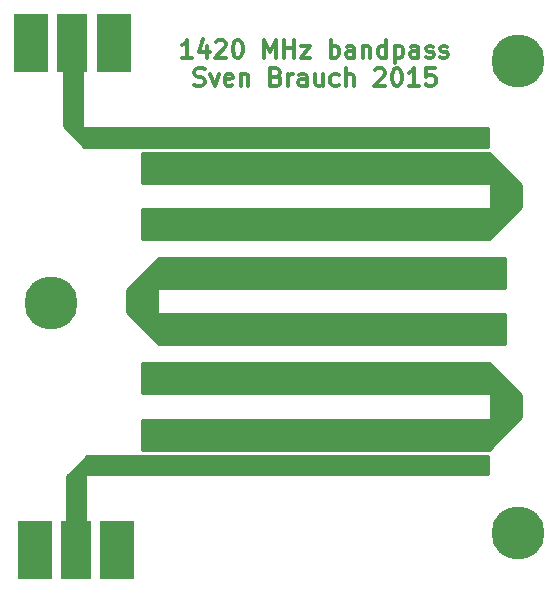
<source format=gtl>
G04 #@! TF.FileFunction,Copper,L1,Top,Signal*
%FSLAX46Y46*%
G04 Gerber Fmt 4.6, Leading zero omitted, Abs format (unit mm)*
G04 Created by KiCad (PCBNEW (2015-05-16 BZR 5655)-product) date Fri 05 Jun 2015 17:35:23 CEST*
%MOMM*%
G01*
G04 APERTURE LIST*
%ADD10C,0.150000*%
%ADD11C,0.300000*%
%ADD12R,2.500000X5.000000*%
%ADD13R,3.000000X5.000000*%
%ADD14C,4.500000*%
%ADD15C,0.254000*%
G04 APERTURE END LIST*
D10*
D11*
X117457143Y-39728571D02*
X116600000Y-39728571D01*
X117028572Y-39728571D02*
X117028572Y-38228571D01*
X116885715Y-38442857D01*
X116742857Y-38585714D01*
X116600000Y-38657143D01*
X118742857Y-38728571D02*
X118742857Y-39728571D01*
X118385714Y-38157143D02*
X118028571Y-39228571D01*
X118957143Y-39228571D01*
X119457142Y-38371429D02*
X119528571Y-38300000D01*
X119671428Y-38228571D01*
X120028571Y-38228571D01*
X120171428Y-38300000D01*
X120242857Y-38371429D01*
X120314285Y-38514286D01*
X120314285Y-38657143D01*
X120242857Y-38871429D01*
X119385714Y-39728571D01*
X120314285Y-39728571D01*
X121242856Y-38228571D02*
X121385713Y-38228571D01*
X121528570Y-38300000D01*
X121599999Y-38371429D01*
X121671428Y-38514286D01*
X121742856Y-38800000D01*
X121742856Y-39157143D01*
X121671428Y-39442857D01*
X121599999Y-39585714D01*
X121528570Y-39657143D01*
X121385713Y-39728571D01*
X121242856Y-39728571D01*
X121099999Y-39657143D01*
X121028570Y-39585714D01*
X120957142Y-39442857D01*
X120885713Y-39157143D01*
X120885713Y-38800000D01*
X120957142Y-38514286D01*
X121028570Y-38371429D01*
X121099999Y-38300000D01*
X121242856Y-38228571D01*
X123528570Y-39728571D02*
X123528570Y-38228571D01*
X124028570Y-39300000D01*
X124528570Y-38228571D01*
X124528570Y-39728571D01*
X125242856Y-39728571D02*
X125242856Y-38228571D01*
X125242856Y-38942857D02*
X126099999Y-38942857D01*
X126099999Y-39728571D02*
X126099999Y-38228571D01*
X126671428Y-38728571D02*
X127457142Y-38728571D01*
X126671428Y-39728571D01*
X127457142Y-39728571D01*
X129171428Y-39728571D02*
X129171428Y-38228571D01*
X129171428Y-38800000D02*
X129314285Y-38728571D01*
X129599999Y-38728571D01*
X129742856Y-38800000D01*
X129814285Y-38871429D01*
X129885714Y-39014286D01*
X129885714Y-39442857D01*
X129814285Y-39585714D01*
X129742856Y-39657143D01*
X129599999Y-39728571D01*
X129314285Y-39728571D01*
X129171428Y-39657143D01*
X131171428Y-39728571D02*
X131171428Y-38942857D01*
X131099999Y-38800000D01*
X130957142Y-38728571D01*
X130671428Y-38728571D01*
X130528571Y-38800000D01*
X131171428Y-39657143D02*
X131028571Y-39728571D01*
X130671428Y-39728571D01*
X130528571Y-39657143D01*
X130457142Y-39514286D01*
X130457142Y-39371429D01*
X130528571Y-39228571D01*
X130671428Y-39157143D01*
X131028571Y-39157143D01*
X131171428Y-39085714D01*
X131885714Y-38728571D02*
X131885714Y-39728571D01*
X131885714Y-38871429D02*
X131957142Y-38800000D01*
X132100000Y-38728571D01*
X132314285Y-38728571D01*
X132457142Y-38800000D01*
X132528571Y-38942857D01*
X132528571Y-39728571D01*
X133885714Y-39728571D02*
X133885714Y-38228571D01*
X133885714Y-39657143D02*
X133742857Y-39728571D01*
X133457143Y-39728571D01*
X133314285Y-39657143D01*
X133242857Y-39585714D01*
X133171428Y-39442857D01*
X133171428Y-39014286D01*
X133242857Y-38871429D01*
X133314285Y-38800000D01*
X133457143Y-38728571D01*
X133742857Y-38728571D01*
X133885714Y-38800000D01*
X134600000Y-38728571D02*
X134600000Y-40228571D01*
X134600000Y-38800000D02*
X134742857Y-38728571D01*
X135028571Y-38728571D01*
X135171428Y-38800000D01*
X135242857Y-38871429D01*
X135314286Y-39014286D01*
X135314286Y-39442857D01*
X135242857Y-39585714D01*
X135171428Y-39657143D01*
X135028571Y-39728571D01*
X134742857Y-39728571D01*
X134600000Y-39657143D01*
X136600000Y-39728571D02*
X136600000Y-38942857D01*
X136528571Y-38800000D01*
X136385714Y-38728571D01*
X136100000Y-38728571D01*
X135957143Y-38800000D01*
X136600000Y-39657143D02*
X136457143Y-39728571D01*
X136100000Y-39728571D01*
X135957143Y-39657143D01*
X135885714Y-39514286D01*
X135885714Y-39371429D01*
X135957143Y-39228571D01*
X136100000Y-39157143D01*
X136457143Y-39157143D01*
X136600000Y-39085714D01*
X137242857Y-39657143D02*
X137385714Y-39728571D01*
X137671429Y-39728571D01*
X137814286Y-39657143D01*
X137885714Y-39514286D01*
X137885714Y-39442857D01*
X137814286Y-39300000D01*
X137671429Y-39228571D01*
X137457143Y-39228571D01*
X137314286Y-39157143D01*
X137242857Y-39014286D01*
X137242857Y-38942857D01*
X137314286Y-38800000D01*
X137457143Y-38728571D01*
X137671429Y-38728571D01*
X137814286Y-38800000D01*
X138457143Y-39657143D02*
X138600000Y-39728571D01*
X138885715Y-39728571D01*
X139028572Y-39657143D01*
X139100000Y-39514286D01*
X139100000Y-39442857D01*
X139028572Y-39300000D01*
X138885715Y-39228571D01*
X138671429Y-39228571D01*
X138528572Y-39157143D01*
X138457143Y-39014286D01*
X138457143Y-38942857D01*
X138528572Y-38800000D01*
X138671429Y-38728571D01*
X138885715Y-38728571D01*
X139028572Y-38800000D01*
X117635716Y-42057143D02*
X117850002Y-42128571D01*
X118207145Y-42128571D01*
X118350002Y-42057143D01*
X118421431Y-41985714D01*
X118492859Y-41842857D01*
X118492859Y-41700000D01*
X118421431Y-41557143D01*
X118350002Y-41485714D01*
X118207145Y-41414286D01*
X117921431Y-41342857D01*
X117778573Y-41271429D01*
X117707145Y-41200000D01*
X117635716Y-41057143D01*
X117635716Y-40914286D01*
X117707145Y-40771429D01*
X117778573Y-40700000D01*
X117921431Y-40628571D01*
X118278573Y-40628571D01*
X118492859Y-40700000D01*
X118992859Y-41128571D02*
X119350002Y-42128571D01*
X119707144Y-41128571D01*
X120850001Y-42057143D02*
X120707144Y-42128571D01*
X120421430Y-42128571D01*
X120278573Y-42057143D01*
X120207144Y-41914286D01*
X120207144Y-41342857D01*
X120278573Y-41200000D01*
X120421430Y-41128571D01*
X120707144Y-41128571D01*
X120850001Y-41200000D01*
X120921430Y-41342857D01*
X120921430Y-41485714D01*
X120207144Y-41628571D01*
X121564287Y-41128571D02*
X121564287Y-42128571D01*
X121564287Y-41271429D02*
X121635715Y-41200000D01*
X121778573Y-41128571D01*
X121992858Y-41128571D01*
X122135715Y-41200000D01*
X122207144Y-41342857D01*
X122207144Y-42128571D01*
X124564287Y-41342857D02*
X124778573Y-41414286D01*
X124850001Y-41485714D01*
X124921430Y-41628571D01*
X124921430Y-41842857D01*
X124850001Y-41985714D01*
X124778573Y-42057143D01*
X124635715Y-42128571D01*
X124064287Y-42128571D01*
X124064287Y-40628571D01*
X124564287Y-40628571D01*
X124707144Y-40700000D01*
X124778573Y-40771429D01*
X124850001Y-40914286D01*
X124850001Y-41057143D01*
X124778573Y-41200000D01*
X124707144Y-41271429D01*
X124564287Y-41342857D01*
X124064287Y-41342857D01*
X125564287Y-42128571D02*
X125564287Y-41128571D01*
X125564287Y-41414286D02*
X125635715Y-41271429D01*
X125707144Y-41200000D01*
X125850001Y-41128571D01*
X125992858Y-41128571D01*
X127135715Y-42128571D02*
X127135715Y-41342857D01*
X127064286Y-41200000D01*
X126921429Y-41128571D01*
X126635715Y-41128571D01*
X126492858Y-41200000D01*
X127135715Y-42057143D02*
X126992858Y-42128571D01*
X126635715Y-42128571D01*
X126492858Y-42057143D01*
X126421429Y-41914286D01*
X126421429Y-41771429D01*
X126492858Y-41628571D01*
X126635715Y-41557143D01*
X126992858Y-41557143D01*
X127135715Y-41485714D01*
X128492858Y-41128571D02*
X128492858Y-42128571D01*
X127850001Y-41128571D02*
X127850001Y-41914286D01*
X127921429Y-42057143D01*
X128064287Y-42128571D01*
X128278572Y-42128571D01*
X128421429Y-42057143D01*
X128492858Y-41985714D01*
X129850001Y-42057143D02*
X129707144Y-42128571D01*
X129421430Y-42128571D01*
X129278572Y-42057143D01*
X129207144Y-41985714D01*
X129135715Y-41842857D01*
X129135715Y-41414286D01*
X129207144Y-41271429D01*
X129278572Y-41200000D01*
X129421430Y-41128571D01*
X129707144Y-41128571D01*
X129850001Y-41200000D01*
X130492858Y-42128571D02*
X130492858Y-40628571D01*
X131135715Y-42128571D02*
X131135715Y-41342857D01*
X131064286Y-41200000D01*
X130921429Y-41128571D01*
X130707144Y-41128571D01*
X130564286Y-41200000D01*
X130492858Y-41271429D01*
X132921429Y-40771429D02*
X132992858Y-40700000D01*
X133135715Y-40628571D01*
X133492858Y-40628571D01*
X133635715Y-40700000D01*
X133707144Y-40771429D01*
X133778572Y-40914286D01*
X133778572Y-41057143D01*
X133707144Y-41271429D01*
X132850001Y-42128571D01*
X133778572Y-42128571D01*
X134707143Y-40628571D02*
X134850000Y-40628571D01*
X134992857Y-40700000D01*
X135064286Y-40771429D01*
X135135715Y-40914286D01*
X135207143Y-41200000D01*
X135207143Y-41557143D01*
X135135715Y-41842857D01*
X135064286Y-41985714D01*
X134992857Y-42057143D01*
X134850000Y-42128571D01*
X134707143Y-42128571D01*
X134564286Y-42057143D01*
X134492857Y-41985714D01*
X134421429Y-41842857D01*
X134350000Y-41557143D01*
X134350000Y-41200000D01*
X134421429Y-40914286D01*
X134492857Y-40771429D01*
X134564286Y-40700000D01*
X134707143Y-40628571D01*
X136635714Y-42128571D02*
X135778571Y-42128571D01*
X136207143Y-42128571D02*
X136207143Y-40628571D01*
X136064286Y-40842857D01*
X135921428Y-40985714D01*
X135778571Y-41057143D01*
X137992857Y-40628571D02*
X137278571Y-40628571D01*
X137207142Y-41342857D01*
X137278571Y-41271429D01*
X137421428Y-41200000D01*
X137778571Y-41200000D01*
X137921428Y-41271429D01*
X137992857Y-41342857D01*
X138064285Y-41485714D01*
X138064285Y-41842857D01*
X137992857Y-41985714D01*
X137921428Y-42057143D01*
X137778571Y-42128571D01*
X137421428Y-42128571D01*
X137278571Y-42057143D01*
X137207142Y-41985714D01*
D12*
X107300000Y-38500000D03*
D13*
X110800000Y-38500000D03*
X103800000Y-38500000D03*
D12*
X107600000Y-81450000D03*
D13*
X111100000Y-81450000D03*
X104100000Y-81450000D03*
D14*
X105500000Y-60500000D03*
X145000000Y-40000000D03*
X145000000Y-80000000D03*
D15*
G36*
X145273000Y-70197395D02*
X142547395Y-72923000D01*
X114600000Y-72923000D01*
X113227000Y-72923000D01*
X113227000Y-70377000D01*
X114600000Y-70377000D01*
X142727000Y-70377000D01*
X142727000Y-68123000D01*
X114600000Y-68123000D01*
X113227000Y-68123000D01*
X113227000Y-65577000D01*
X114600000Y-65577000D01*
X142547395Y-65577000D01*
X145273000Y-68302605D01*
X145273000Y-70197395D01*
X145273000Y-70197395D01*
G37*
X145273000Y-70197395D02*
X142547395Y-72923000D01*
X114600000Y-72923000D01*
X113227000Y-72923000D01*
X113227000Y-70377000D01*
X114600000Y-70377000D01*
X142727000Y-70377000D01*
X142727000Y-68123000D01*
X114600000Y-68123000D01*
X113227000Y-68123000D01*
X113227000Y-65577000D01*
X114600000Y-65577000D01*
X142547395Y-65577000D01*
X145273000Y-68302605D01*
X145273000Y-70197395D01*
G36*
X143973000Y-64023000D02*
X142600000Y-64023000D01*
X114652605Y-64023000D01*
X111927000Y-61297395D01*
X111927000Y-59402605D01*
X114652605Y-56677000D01*
X142600000Y-56677000D01*
X143973000Y-56677000D01*
X143973000Y-59223000D01*
X142600000Y-59223000D01*
X114473000Y-59223000D01*
X114473000Y-61477000D01*
X142600000Y-61477000D01*
X143973000Y-61477000D01*
X143973000Y-64023000D01*
X143973000Y-64023000D01*
G37*
X143973000Y-64023000D02*
X142600000Y-64023000D01*
X114652605Y-64023000D01*
X111927000Y-61297395D01*
X111927000Y-59402605D01*
X114652605Y-56677000D01*
X142600000Y-56677000D01*
X143973000Y-56677000D01*
X143973000Y-59223000D01*
X142600000Y-59223000D01*
X114473000Y-59223000D01*
X114473000Y-61477000D01*
X142600000Y-61477000D01*
X143973000Y-61477000D01*
X143973000Y-64023000D01*
G36*
X145273000Y-52397395D02*
X142547395Y-55123000D01*
X114600000Y-55123000D01*
X113227000Y-55123000D01*
X113227000Y-52577000D01*
X114600000Y-52577000D01*
X142727000Y-52577000D01*
X142727000Y-50323000D01*
X114600000Y-50323000D01*
X113227000Y-50323000D01*
X113227000Y-47777000D01*
X114600000Y-47777000D01*
X142547395Y-47777000D01*
X145273000Y-50502605D01*
X145273000Y-52397395D01*
X145273000Y-52397395D01*
G37*
X145273000Y-52397395D02*
X142547395Y-55123000D01*
X114600000Y-55123000D01*
X113227000Y-55123000D01*
X113227000Y-52577000D01*
X114600000Y-52577000D01*
X142727000Y-52577000D01*
X142727000Y-50323000D01*
X114600000Y-50323000D01*
X113227000Y-50323000D01*
X113227000Y-47777000D01*
X114600000Y-47777000D01*
X142547395Y-47777000D01*
X145273000Y-50502605D01*
X145273000Y-52397395D01*
G36*
X142473000Y-74973000D02*
X108373000Y-74973000D01*
X108373000Y-78873000D01*
X106877000Y-78873000D01*
X106877000Y-75152605D01*
X107741085Y-74288520D01*
X108554743Y-73427000D01*
X142473000Y-73427000D01*
X142473000Y-74973000D01*
X142473000Y-74973000D01*
G37*
X142473000Y-74973000D02*
X108373000Y-74973000D01*
X108373000Y-78873000D01*
X106877000Y-78873000D01*
X106877000Y-75152605D01*
X107741085Y-74288520D01*
X108554743Y-73427000D01*
X142473000Y-73427000D01*
X142473000Y-74973000D01*
G36*
X142473000Y-47273000D02*
X108304627Y-47273000D01*
X107441016Y-46361411D01*
X106627000Y-45547395D01*
X106627000Y-40727000D01*
X108123000Y-40727000D01*
X108123000Y-45727000D01*
X142473000Y-45727000D01*
X142473000Y-47273000D01*
X142473000Y-47273000D01*
G37*
X142473000Y-47273000D02*
X108304627Y-47273000D01*
X107441016Y-46361411D01*
X106627000Y-45547395D01*
X106627000Y-40727000D01*
X108123000Y-40727000D01*
X108123000Y-45727000D01*
X142473000Y-45727000D01*
X142473000Y-47273000D01*
M02*

</source>
